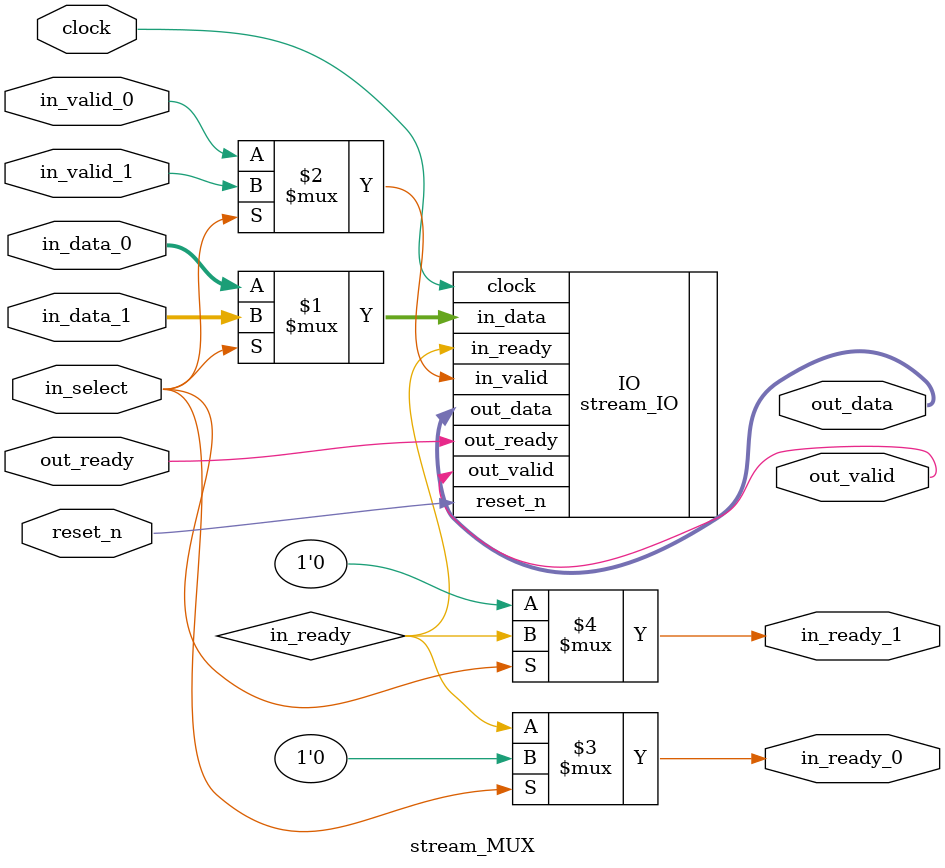
<source format=v>
`timescale 1ns / 1ps

module stream_MUX # (
    parameter integer DATA_WIDTH = 32,
    parameter OUT_BUF = "FALSE"             // "TRUE" or "FALSE"
)
(
    // clock and reset
    input clock,
    input reset_n,
    // input selection
    input in_select,
    // stream data input 0
    input [DATA_WIDTH-1:0] in_data_0,
    input in_valid_0,
    output in_ready_0,
    // stream data input 1
    input [DATA_WIDTH-1:0] in_data_1,
    input in_valid_1,
    output in_ready_1,
    // stream data output
    output [DATA_WIDTH-1:0] out_data,
    output out_valid,
    input out_ready
);

    wire in_ready;
    stream_IO # (
        .DATA_WIDTH(DATA_WIDTH),
        .IN_READY_PULSE("YES"),         // "NO","YES","OSC"
        .OUT_BUF(OUT_BUF),              // "TRUE", "FALSE"
        .IN_READY_LOW_CYCLES(0),        // >=0
        .OUT_ZERO("FALSE")              // "TRUE", "FALSE"
        )
        IO
        (
        // clock and reset
        .clock(clock),
        .reset_n(reset_n),
        // input interface
        .in_data((in_select) ? in_data_1 : in_data_0),
        .in_valid((in_select) ? in_valid_1 : in_valid_0),
        .in_ready(in_ready),
        // output interface
        .out_data(out_data),
        .out_valid(out_valid),
        .out_ready(out_ready)
        );
            
    assign in_ready_0 = (in_select) ? 1'b0 : in_ready;
    assign in_ready_1 = (in_select) ? in_ready : 1'b0;

endmodule


</source>
